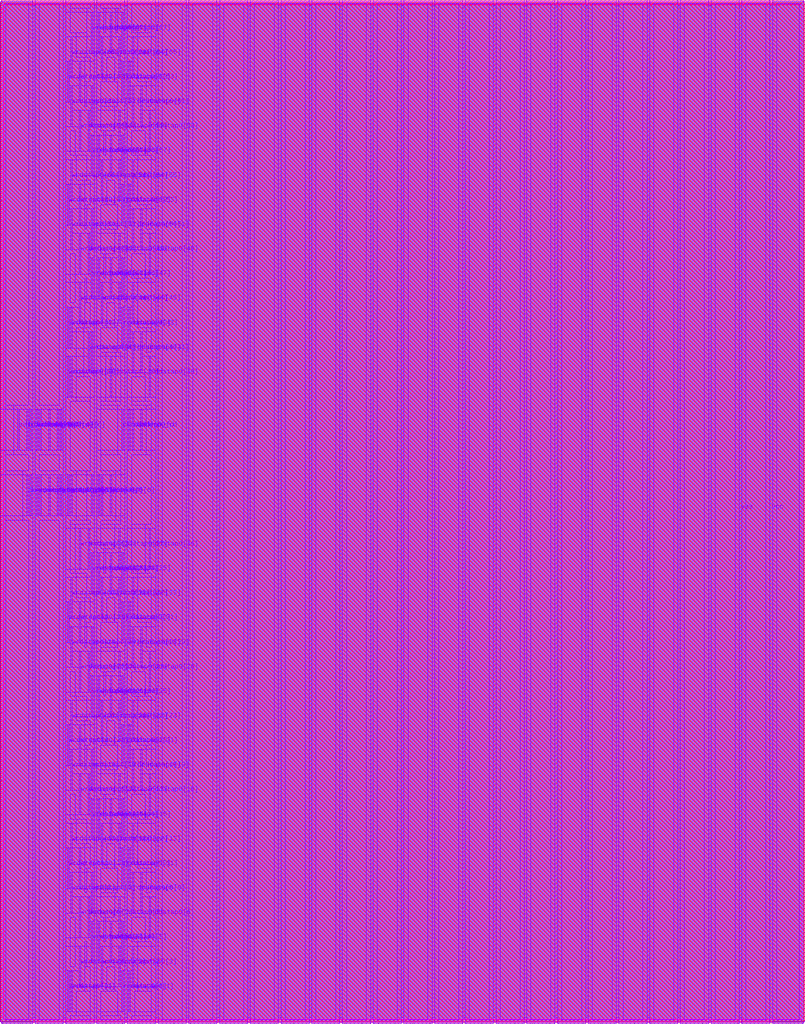
<source format=lef>
VERSION 5.8 ;
BUSBITCHARS "[]" ;
DIVIDERCHAR "/" ;

UNITS
  DATABASE MICRONS 4000 ;
END UNITS

PROPERTYDEFINITIONS
  MACRO hpml_layer STRING ;
  MACRO heml_layer STRING ;
END PROPERTYDEFINITIONS

MACRO arf066b128e1r1w0cbbehsaa4acw
  CLASS BLOCK ;
  FOREIGN arf066b128e1r1w0cbbehsaa4acw ;
  ORIGIN 0 0 ;
  SIZE 23.4 BY 29.76 ;
  PIN ckrdp0
    DIRECTION INPUT ;
    USE SIGNAL ;
    PORT
      LAYER m7 ;
        RECT 3.472 16.68 3.516 17.88 ;
    END
  END ckrdp0
  PIN ckwrp0
    DIRECTION INPUT ;
    USE SIGNAL ;
    PORT
      LAYER m7 ;
        RECT 0.684 14.76 0.728 15.96 ;
    END
  END ckwrp0
  PIN rdaddrp0[0]
    DIRECTION INPUT ;
    USE SIGNAL ;
    PORT
      LAYER m7 ;
        RECT 0.684 16.68 0.728 17.88 ;
    END
  END rdaddrp0[0]
  PIN rdaddrp0[1]
    DIRECTION INPUT ;
    USE SIGNAL ;
    PORT
      LAYER m7 ;
        RECT 0.772 16.68 0.816 17.88 ;
    END
  END rdaddrp0[1]
  PIN rdaddrp0[2]
    DIRECTION INPUT ;
    USE SIGNAL ;
    PORT
      LAYER m7 ;
        RECT 0.984 16.68 1.028 17.88 ;
    END
  END rdaddrp0[2]
  PIN rdaddrp0[3]
    DIRECTION INPUT ;
    USE SIGNAL ;
    PORT
      LAYER m7 ;
        RECT 1.072 16.68 1.116 17.88 ;
    END
  END rdaddrp0[3]
  PIN rdaddrp0[4]
    DIRECTION INPUT ;
    USE SIGNAL ;
    PORT
      LAYER m7 ;
        RECT 1.328 16.68 1.372 17.88 ;
    END
  END rdaddrp0[4]
  PIN rdaddrp0[5]
    DIRECTION INPUT ;
    USE SIGNAL ;
    PORT
      LAYER m7 ;
        RECT 1.584 16.68 1.628 17.88 ;
    END
  END rdaddrp0[5]
  PIN rdaddrp0[6]
    DIRECTION INPUT ;
    USE SIGNAL ;
    PORT
      LAYER m7 ;
        RECT 1.672 16.68 1.716 17.88 ;
    END
  END rdaddrp0[6]
  PIN rdaddrp0_fd
    DIRECTION INPUT ;
    USE SIGNAL ;
    PORT
      LAYER m7 ;
        RECT 3.684 16.68 3.728 17.88 ;
    END
  END rdaddrp0_fd
  PIN rdaddrp0_rd
    DIRECTION INPUT ;
    USE SIGNAL ;
    PORT
      LAYER m7 ;
        RECT 3.772 16.68 3.816 17.88 ;
    END
  END rdaddrp0_rd
  PIN rdenp0
    DIRECTION INPUT ;
    USE SIGNAL ;
    PORT
      LAYER m7 ;
        RECT 4.028 16.68 4.072 17.88 ;
    END
  END rdenp0
  PIN sdl_initp0
    DIRECTION INPUT ;
    USE SIGNAL ;
    PORT
      LAYER m7 ;
        RECT 0.428 16.68 0.472 17.88 ;
    END
  END sdl_initp0
  PIN wraddrp0[0]
    DIRECTION INPUT ;
    USE SIGNAL ;
    PORT
      LAYER m7 ;
        RECT 1.672 14.76 1.716 15.96 ;
    END
  END wraddrp0[0]
  PIN wraddrp0[1]
    DIRECTION INPUT ;
    USE SIGNAL ;
    PORT
      LAYER m7 ;
        RECT 1.884 14.76 1.928 15.96 ;
    END
  END wraddrp0[1]
  PIN wraddrp0[2]
    DIRECTION INPUT ;
    USE SIGNAL ;
    PORT
      LAYER m7 ;
        RECT 1.972 14.76 2.016 15.96 ;
    END
  END wraddrp0[2]
  PIN wraddrp0[3]
    DIRECTION INPUT ;
    USE SIGNAL ;
    PORT
      LAYER m7 ;
        RECT 2.572 14.76 2.616 15.96 ;
    END
  END wraddrp0[3]
  PIN wraddrp0[4]
    DIRECTION INPUT ;
    USE SIGNAL ;
    PORT
      LAYER m7 ;
        RECT 2.784 14.76 2.828 15.96 ;
    END
  END wraddrp0[4]
  PIN wraddrp0[5]
    DIRECTION INPUT ;
    USE SIGNAL ;
    PORT
      LAYER m7 ;
        RECT 2.872 14.76 2.916 15.96 ;
    END
  END wraddrp0[5]
  PIN wraddrp0[6]
    DIRECTION INPUT ;
    USE SIGNAL ;
    PORT
      LAYER m7 ;
        RECT 3.128 14.76 3.172 15.96 ;
    END
  END wraddrp0[6]
  PIN wraddrp0_fd
    DIRECTION INPUT ;
    USE SIGNAL ;
    PORT
      LAYER m7 ;
        RECT 0.772 14.76 0.816 15.96 ;
    END
  END wraddrp0_fd
  PIN wraddrp0_rd
    DIRECTION INPUT ;
    USE SIGNAL ;
    PORT
      LAYER m7 ;
        RECT 0.984 14.76 1.028 15.96 ;
    END
  END wraddrp0_rd
  PIN wrdatap0[0]
    DIRECTION INPUT ;
    USE SIGNAL ;
    PORT
      LAYER m7 ;
        RECT 1.884 0.24 1.928 1.44 ;
    END
  END wrdatap0[0]
  PIN wrdatap0[10]
    DIRECTION INPUT ;
    USE SIGNAL ;
    PORT
      LAYER m7 ;
        RECT 1.884 3.84 1.928 5.04 ;
    END
  END wrdatap0[10]
  PIN wrdatap0[11]
    DIRECTION INPUT ;
    USE SIGNAL ;
    PORT
      LAYER m7 ;
        RECT 2.228 3.84 2.272 5.04 ;
    END
  END wrdatap0[11]
  PIN wrdatap0[12]
    DIRECTION INPUT ;
    USE SIGNAL ;
    PORT
      LAYER m7 ;
        RECT 2.872 4.56 2.916 5.76 ;
    END
  END wrdatap0[12]
  PIN wrdatap0[13]
    DIRECTION INPUT ;
    USE SIGNAL ;
    PORT
      LAYER m7 ;
        RECT 1.972 4.56 2.016 5.76 ;
    END
  END wrdatap0[13]
  PIN wrdatap0[14]
    DIRECTION INPUT ;
    USE SIGNAL ;
    PORT
      LAYER m7 ;
        RECT 2.572 5.28 2.616 6.48 ;
    END
  END wrdatap0[14]
  PIN wrdatap0[15]
    DIRECTION INPUT ;
    USE SIGNAL ;
    PORT
      LAYER m7 ;
        RECT 2.784 5.28 2.828 6.48 ;
    END
  END wrdatap0[15]
  PIN wrdatap0[16]
    DIRECTION INPUT ;
    USE SIGNAL ;
    PORT
      LAYER m7 ;
        RECT 2.228 6 2.272 7.2 ;
    END
  END wrdatap0[16]
  PIN wrdatap0[17]
    DIRECTION INPUT ;
    USE SIGNAL ;
    PORT
      LAYER m7 ;
        RECT 2.484 6 2.528 7.2 ;
    END
  END wrdatap0[17]
  PIN wrdatap0[18]
    DIRECTION INPUT ;
    USE SIGNAL ;
    PORT
      LAYER m7 ;
        RECT 1.972 6.72 2.016 7.92 ;
    END
  END wrdatap0[18]
  PIN wrdatap0[19]
    DIRECTION INPUT ;
    USE SIGNAL ;
    PORT
      LAYER m7 ;
        RECT 2.572 6.72 2.616 7.92 ;
    END
  END wrdatap0[19]
  PIN wrdatap0[1]
    DIRECTION INPUT ;
    USE SIGNAL ;
    PORT
      LAYER m7 ;
        RECT 1.972 0.24 2.016 1.44 ;
    END
  END wrdatap0[1]
  PIN wrdatap0[20]
    DIRECTION INPUT ;
    USE SIGNAL ;
    PORT
      LAYER m7 ;
        RECT 1.884 7.44 1.928 8.64 ;
    END
  END wrdatap0[20]
  PIN wrdatap0[21]
    DIRECTION INPUT ;
    USE SIGNAL ;
    PORT
      LAYER m7 ;
        RECT 2.228 7.44 2.272 8.64 ;
    END
  END wrdatap0[21]
  PIN wrdatap0[22]
    DIRECTION INPUT ;
    USE SIGNAL ;
    PORT
      LAYER m7 ;
        RECT 2.872 8.16 2.916 9.36 ;
    END
  END wrdatap0[22]
  PIN wrdatap0[23]
    DIRECTION INPUT ;
    USE SIGNAL ;
    PORT
      LAYER m7 ;
        RECT 1.972 8.16 2.016 9.36 ;
    END
  END wrdatap0[23]
  PIN wrdatap0[24]
    DIRECTION INPUT ;
    USE SIGNAL ;
    PORT
      LAYER m7 ;
        RECT 2.572 8.88 2.616 10.08 ;
    END
  END wrdatap0[24]
  PIN wrdatap0[25]
    DIRECTION INPUT ;
    USE SIGNAL ;
    PORT
      LAYER m7 ;
        RECT 2.784 8.88 2.828 10.08 ;
    END
  END wrdatap0[25]
  PIN wrdatap0[26]
    DIRECTION INPUT ;
    USE SIGNAL ;
    PORT
      LAYER m7 ;
        RECT 2.228 9.6 2.272 10.8 ;
    END
  END wrdatap0[26]
  PIN wrdatap0[27]
    DIRECTION INPUT ;
    USE SIGNAL ;
    PORT
      LAYER m7 ;
        RECT 2.484 9.6 2.528 10.8 ;
    END
  END wrdatap0[27]
  PIN wrdatap0[28]
    DIRECTION INPUT ;
    USE SIGNAL ;
    PORT
      LAYER m7 ;
        RECT 1.972 10.32 2.016 11.52 ;
    END
  END wrdatap0[28]
  PIN wrdatap0[29]
    DIRECTION INPUT ;
    USE SIGNAL ;
    PORT
      LAYER m7 ;
        RECT 2.572 10.32 2.616 11.52 ;
    END
  END wrdatap0[29]
  PIN wrdatap0[2]
    DIRECTION INPUT ;
    USE SIGNAL ;
    PORT
      LAYER m7 ;
        RECT 2.872 0.96 2.916 2.16 ;
    END
  END wrdatap0[2]
  PIN wrdatap0[30]
    DIRECTION INPUT ;
    USE SIGNAL ;
    PORT
      LAYER m7 ;
        RECT 1.884 11.04 1.928 12.24 ;
    END
  END wrdatap0[30]
  PIN wrdatap0[31]
    DIRECTION INPUT ;
    USE SIGNAL ;
    PORT
      LAYER m7 ;
        RECT 2.228 11.04 2.272 12.24 ;
    END
  END wrdatap0[31]
  PIN wrdatap0[32]
    DIRECTION INPUT ;
    USE SIGNAL ;
    PORT
      LAYER m7 ;
        RECT 2.872 11.76 2.916 12.96 ;
    END
  END wrdatap0[32]
  PIN wrdatap0[33]
    DIRECTION INPUT ;
    USE SIGNAL ;
    PORT
      LAYER m7 ;
        RECT 1.972 11.76 2.016 12.96 ;
    END
  END wrdatap0[33]
  PIN wrdatap0[34]
    DIRECTION INPUT ;
    USE SIGNAL ;
    PORT
      LAYER m7 ;
        RECT 2.572 12.48 2.616 13.68 ;
    END
  END wrdatap0[34]
  PIN wrdatap0[35]
    DIRECTION INPUT ;
    USE SIGNAL ;
    PORT
      LAYER m7 ;
        RECT 2.784 12.48 2.828 13.68 ;
    END
  END wrdatap0[35]
  PIN wrdatap0[36]
    DIRECTION INPUT ;
    USE SIGNAL ;
    PORT
      LAYER m7 ;
        RECT 2.228 13.2 2.272 14.4 ;
    END
  END wrdatap0[36]
  PIN wrdatap0[37]
    DIRECTION INPUT ;
    USE SIGNAL ;
    PORT
      LAYER m7 ;
        RECT 2.484 13.2 2.528 14.4 ;
    END
  END wrdatap0[37]
  PIN wrdatap0[38]
    DIRECTION INPUT ;
    USE SIGNAL ;
    PORT
      LAYER m7 ;
        RECT 1.884 18.24 1.928 19.44 ;
    END
  END wrdatap0[38]
  PIN wrdatap0[39]
    DIRECTION INPUT ;
    USE SIGNAL ;
    PORT
      LAYER m7 ;
        RECT 1.972 18.24 2.016 19.44 ;
    END
  END wrdatap0[39]
  PIN wrdatap0[3]
    DIRECTION INPUT ;
    USE SIGNAL ;
    PORT
      LAYER m7 ;
        RECT 2.228 0.96 2.272 2.16 ;
    END
  END wrdatap0[3]
  PIN wrdatap0[40]
    DIRECTION INPUT ;
    USE SIGNAL ;
    PORT
      LAYER m7 ;
        RECT 2.484 18.96 2.528 20.16 ;
    END
  END wrdatap0[40]
  PIN wrdatap0[41]
    DIRECTION INPUT ;
    USE SIGNAL ;
    PORT
      LAYER m7 ;
        RECT 2.572 18.96 2.616 20.16 ;
    END
  END wrdatap0[41]
  PIN wrdatap0[42]
    DIRECTION INPUT ;
    USE SIGNAL ;
    PORT
      LAYER m7 ;
        RECT 1.884 19.68 1.928 20.88 ;
    END
  END wrdatap0[42]
  PIN wrdatap0[43]
    DIRECTION INPUT ;
    USE SIGNAL ;
    PORT
      LAYER m7 ;
        RECT 1.972 19.68 2.016 20.88 ;
    END
  END wrdatap0[43]
  PIN wrdatap0[44]
    DIRECTION INPUT ;
    USE SIGNAL ;
    PORT
      LAYER m7 ;
        RECT 2.872 20.4 2.916 21.6 ;
    END
  END wrdatap0[44]
  PIN wrdatap0[45]
    DIRECTION INPUT ;
    USE SIGNAL ;
    PORT
      LAYER m7 ;
        RECT 2.228 20.4 2.272 21.6 ;
    END
  END wrdatap0[45]
  PIN wrdatap0[46]
    DIRECTION INPUT ;
    USE SIGNAL ;
    PORT
      LAYER m7 ;
        RECT 2.572 21.12 2.616 22.32 ;
    END
  END wrdatap0[46]
  PIN wrdatap0[47]
    DIRECTION INPUT ;
    USE SIGNAL ;
    PORT
      LAYER m7 ;
        RECT 2.784 21.12 2.828 22.32 ;
    END
  END wrdatap0[47]
  PIN wrdatap0[48]
    DIRECTION INPUT ;
    USE SIGNAL ;
    PORT
      LAYER m7 ;
        RECT 2.228 21.84 2.272 23.04 ;
    END
  END wrdatap0[48]
  PIN wrdatap0[49]
    DIRECTION INPUT ;
    USE SIGNAL ;
    PORT
      LAYER m7 ;
        RECT 2.484 21.84 2.528 23.04 ;
    END
  END wrdatap0[49]
  PIN wrdatap0[4]
    DIRECTION INPUT ;
    USE SIGNAL ;
    PORT
      LAYER m7 ;
        RECT 2.572 1.68 2.616 2.88 ;
    END
  END wrdatap0[4]
  PIN wrdatap0[50]
    DIRECTION INPUT ;
    USE SIGNAL ;
    PORT
      LAYER m7 ;
        RECT 1.972 22.56 2.016 23.76 ;
    END
  END wrdatap0[50]
  PIN wrdatap0[51]
    DIRECTION INPUT ;
    USE SIGNAL ;
    PORT
      LAYER m7 ;
        RECT 2.572 22.56 2.616 23.76 ;
    END
  END wrdatap0[51]
  PIN wrdatap0[52]
    DIRECTION INPUT ;
    USE SIGNAL ;
    PORT
      LAYER m7 ;
        RECT 1.884 23.28 1.928 24.48 ;
    END
  END wrdatap0[52]
  PIN wrdatap0[53]
    DIRECTION INPUT ;
    USE SIGNAL ;
    PORT
      LAYER m7 ;
        RECT 2.228 23.28 2.272 24.48 ;
    END
  END wrdatap0[53]
  PIN wrdatap0[54]
    DIRECTION INPUT ;
    USE SIGNAL ;
    PORT
      LAYER m7 ;
        RECT 2.872 24 2.916 25.2 ;
    END
  END wrdatap0[54]
  PIN wrdatap0[55]
    DIRECTION INPUT ;
    USE SIGNAL ;
    PORT
      LAYER m7 ;
        RECT 1.972 24 2.016 25.2 ;
    END
  END wrdatap0[55]
  PIN wrdatap0[56]
    DIRECTION INPUT ;
    USE SIGNAL ;
    PORT
      LAYER m7 ;
        RECT 2.572 24.72 2.616 25.92 ;
    END
  END wrdatap0[56]
  PIN wrdatap0[57]
    DIRECTION INPUT ;
    USE SIGNAL ;
    PORT
      LAYER m7 ;
        RECT 2.784 24.72 2.828 25.92 ;
    END
  END wrdatap0[57]
  PIN wrdatap0[58]
    DIRECTION INPUT ;
    USE SIGNAL ;
    PORT
      LAYER m7 ;
        RECT 2.228 25.44 2.272 26.64 ;
    END
  END wrdatap0[58]
  PIN wrdatap0[59]
    DIRECTION INPUT ;
    USE SIGNAL ;
    PORT
      LAYER m7 ;
        RECT 2.484 25.44 2.528 26.64 ;
    END
  END wrdatap0[59]
  PIN wrdatap0[5]
    DIRECTION INPUT ;
    USE SIGNAL ;
    PORT
      LAYER m7 ;
        RECT 2.784 1.68 2.828 2.88 ;
    END
  END wrdatap0[5]
  PIN wrdatap0[60]
    DIRECTION INPUT ;
    USE SIGNAL ;
    PORT
      LAYER m7 ;
        RECT 1.972 26.16 2.016 27.36 ;
    END
  END wrdatap0[60]
  PIN wrdatap0[61]
    DIRECTION INPUT ;
    USE SIGNAL ;
    PORT
      LAYER m7 ;
        RECT 2.572 26.16 2.616 27.36 ;
    END
  END wrdatap0[61]
  PIN wrdatap0[62]
    DIRECTION INPUT ;
    USE SIGNAL ;
    PORT
      LAYER m7 ;
        RECT 1.884 26.88 1.928 28.08 ;
    END
  END wrdatap0[62]
  PIN wrdatap0[63]
    DIRECTION INPUT ;
    USE SIGNAL ;
    PORT
      LAYER m7 ;
        RECT 2.228 26.88 2.272 28.08 ;
    END
  END wrdatap0[63]
  PIN wrdatap0[64]
    DIRECTION INPUT ;
    USE SIGNAL ;
    PORT
      LAYER m7 ;
        RECT 2.872 27.6 2.916 28.8 ;
    END
  END wrdatap0[64]
  PIN wrdatap0[65]
    DIRECTION INPUT ;
    USE SIGNAL ;
    PORT
      LAYER m7 ;
        RECT 1.972 27.6 2.016 28.8 ;
    END
  END wrdatap0[65]
  PIN wrdatap0[66]
    DIRECTION INPUT ;
    USE SIGNAL ;
    PORT
      LAYER m7 ;
        RECT 2.572 28.32 2.616 29.52 ;
    END
  END wrdatap0[66]
  PIN wrdatap0[67]
    DIRECTION INPUT ;
    USE SIGNAL ;
    PORT
      LAYER m7 ;
        RECT 2.784 28.32 2.828 29.52 ;
    END
  END wrdatap0[67]
  PIN wrdatap0[6]
    DIRECTION INPUT ;
    USE SIGNAL ;
    PORT
      LAYER m7 ;
        RECT 2.228 2.4 2.272 3.6 ;
    END
  END wrdatap0[6]
  PIN wrdatap0[7]
    DIRECTION INPUT ;
    USE SIGNAL ;
    PORT
      LAYER m7 ;
        RECT 2.484 2.4 2.528 3.6 ;
    END
  END wrdatap0[7]
  PIN wrdatap0[8]
    DIRECTION INPUT ;
    USE SIGNAL ;
    PORT
      LAYER m7 ;
        RECT 1.972 3.12 2.016 4.32 ;
    END
  END wrdatap0[8]
  PIN wrdatap0[9]
    DIRECTION INPUT ;
    USE SIGNAL ;
    PORT
      LAYER m7 ;
        RECT 2.572 3.12 2.616 4.32 ;
    END
  END wrdatap0[9]
  PIN wrdatap0_fd
    DIRECTION INPUT ;
    USE SIGNAL ;
    PORT
      LAYER m7 ;
        RECT 1.328 14.76 1.372 15.96 ;
    END
  END wrdatap0_fd
  PIN wrdatap0_rd
    DIRECTION INPUT ;
    USE SIGNAL ;
    PORT
      LAYER m7 ;
        RECT 1.584 14.76 1.628 15.96 ;
    END
  END wrdatap0_rd
  PIN wrenp0
    DIRECTION INPUT ;
    USE SIGNAL ;
    PORT
      LAYER m7 ;
        RECT 1.072 14.76 1.116 15.96 ;
    END
  END wrenp0
  PIN rddatap0[0]
    DIRECTION OUTPUT ;
    USE SIGNAL ;
    PORT
      LAYER m7 ;
        RECT 3.472 0.24 3.516 1.44 ;
    END
  END rddatap0[0]
  PIN rddatap0[10]
    DIRECTION OUTPUT ;
    USE SIGNAL ;
    PORT
      LAYER m7 ;
        RECT 3.472 3.84 3.516 5.04 ;
    END
  END rddatap0[10]
  PIN rddatap0[11]
    DIRECTION OUTPUT ;
    USE SIGNAL ;
    PORT
      LAYER m7 ;
        RECT 3.684 3.84 3.728 5.04 ;
    END
  END rddatap0[11]
  PIN rddatap0[12]
    DIRECTION OUTPUT ;
    USE SIGNAL ;
    PORT
      LAYER m7 ;
        RECT 3.384 4.56 3.428 5.76 ;
    END
  END rddatap0[12]
  PIN rddatap0[13]
    DIRECTION OUTPUT ;
    USE SIGNAL ;
    PORT
      LAYER m7 ;
        RECT 3.772 4.56 3.816 5.76 ;
    END
  END rddatap0[13]
  PIN rddatap0[14]
    DIRECTION OUTPUT ;
    USE SIGNAL ;
    PORT
      LAYER m7 ;
        RECT 3.128 5.28 3.172 6.48 ;
    END
  END rddatap0[14]
  PIN rddatap0[15]
    DIRECTION OUTPUT ;
    USE SIGNAL ;
    PORT
      LAYER m7 ;
        RECT 3.472 5.28 3.516 6.48 ;
    END
  END rddatap0[15]
  PIN rddatap0[16]
    DIRECTION OUTPUT ;
    USE SIGNAL ;
    PORT
      LAYER m7 ;
        RECT 4.284 6 4.328 7.2 ;
    END
  END rddatap0[16]
  PIN rddatap0[17]
    DIRECTION OUTPUT ;
    USE SIGNAL ;
    PORT
      LAYER m7 ;
        RECT 3.384 6 3.428 7.2 ;
    END
  END rddatap0[17]
  PIN rddatap0[18]
    DIRECTION OUTPUT ;
    USE SIGNAL ;
    PORT
      LAYER m7 ;
        RECT 3.772 6.72 3.816 7.92 ;
    END
  END rddatap0[18]
  PIN rddatap0[19]
    DIRECTION OUTPUT ;
    USE SIGNAL ;
    PORT
      LAYER m7 ;
        RECT 4.028 6.72 4.072 7.92 ;
    END
  END rddatap0[19]
  PIN rddatap0[1]
    DIRECTION OUTPUT ;
    USE SIGNAL ;
    PORT
      LAYER m7 ;
        RECT 3.684 0.24 3.728 1.44 ;
    END
  END rddatap0[1]
  PIN rddatap0[20]
    DIRECTION OUTPUT ;
    USE SIGNAL ;
    PORT
      LAYER m7 ;
        RECT 3.472 7.44 3.516 8.64 ;
    END
  END rddatap0[20]
  PIN rddatap0[21]
    DIRECTION OUTPUT ;
    USE SIGNAL ;
    PORT
      LAYER m7 ;
        RECT 3.684 7.44 3.728 8.64 ;
    END
  END rddatap0[21]
  PIN rddatap0[22]
    DIRECTION OUTPUT ;
    USE SIGNAL ;
    PORT
      LAYER m7 ;
        RECT 3.384 8.16 3.428 9.36 ;
    END
  END rddatap0[22]
  PIN rddatap0[23]
    DIRECTION OUTPUT ;
    USE SIGNAL ;
    PORT
      LAYER m7 ;
        RECT 3.772 8.16 3.816 9.36 ;
    END
  END rddatap0[23]
  PIN rddatap0[24]
    DIRECTION OUTPUT ;
    USE SIGNAL ;
    PORT
      LAYER m7 ;
        RECT 3.128 8.88 3.172 10.08 ;
    END
  END rddatap0[24]
  PIN rddatap0[25]
    DIRECTION OUTPUT ;
    USE SIGNAL ;
    PORT
      LAYER m7 ;
        RECT 3.472 8.88 3.516 10.08 ;
    END
  END rddatap0[25]
  PIN rddatap0[26]
    DIRECTION OUTPUT ;
    USE SIGNAL ;
    PORT
      LAYER m7 ;
        RECT 4.284 9.6 4.328 10.8 ;
    END
  END rddatap0[26]
  PIN rddatap0[27]
    DIRECTION OUTPUT ;
    USE SIGNAL ;
    PORT
      LAYER m7 ;
        RECT 3.384 9.6 3.428 10.8 ;
    END
  END rddatap0[27]
  PIN rddatap0[28]
    DIRECTION OUTPUT ;
    USE SIGNAL ;
    PORT
      LAYER m7 ;
        RECT 3.772 10.32 3.816 11.52 ;
    END
  END rddatap0[28]
  PIN rddatap0[29]
    DIRECTION OUTPUT ;
    USE SIGNAL ;
    PORT
      LAYER m7 ;
        RECT 4.028 10.32 4.072 11.52 ;
    END
  END rddatap0[29]
  PIN rddatap0[2]
    DIRECTION OUTPUT ;
    USE SIGNAL ;
    PORT
      LAYER m7 ;
        RECT 3.384 0.96 3.428 2.16 ;
    END
  END rddatap0[2]
  PIN rddatap0[30]
    DIRECTION OUTPUT ;
    USE SIGNAL ;
    PORT
      LAYER m7 ;
        RECT 3.472 11.04 3.516 12.24 ;
    END
  END rddatap0[30]
  PIN rddatap0[31]
    DIRECTION OUTPUT ;
    USE SIGNAL ;
    PORT
      LAYER m7 ;
        RECT 3.684 11.04 3.728 12.24 ;
    END
  END rddatap0[31]
  PIN rddatap0[32]
    DIRECTION OUTPUT ;
    USE SIGNAL ;
    PORT
      LAYER m7 ;
        RECT 3.384 11.76 3.428 12.96 ;
    END
  END rddatap0[32]
  PIN rddatap0[33]
    DIRECTION OUTPUT ;
    USE SIGNAL ;
    PORT
      LAYER m7 ;
        RECT 3.772 11.76 3.816 12.96 ;
    END
  END rddatap0[33]
  PIN rddatap0[34]
    DIRECTION OUTPUT ;
    USE SIGNAL ;
    PORT
      LAYER m7 ;
        RECT 3.128 12.48 3.172 13.68 ;
    END
  END rddatap0[34]
  PIN rddatap0[35]
    DIRECTION OUTPUT ;
    USE SIGNAL ;
    PORT
      LAYER m7 ;
        RECT 3.472 12.48 3.516 13.68 ;
    END
  END rddatap0[35]
  PIN rddatap0[36]
    DIRECTION OUTPUT ;
    USE SIGNAL ;
    PORT
      LAYER m7 ;
        RECT 4.284 13.2 4.328 14.4 ;
    END
  END rddatap0[36]
  PIN rddatap0[37]
    DIRECTION OUTPUT ;
    USE SIGNAL ;
    PORT
      LAYER m7 ;
        RECT 3.384 13.2 3.428 14.4 ;
    END
  END rddatap0[37]
  PIN rddatap0[38]
    DIRECTION OUTPUT ;
    USE SIGNAL ;
    PORT
      LAYER m7 ;
        RECT 4.284 18.24 4.328 19.44 ;
    END
  END rddatap0[38]
  PIN rddatap0[39]
    DIRECTION OUTPUT ;
    USE SIGNAL ;
    PORT
      LAYER m7 ;
        RECT 3.128 18.24 3.172 19.44 ;
    END
  END rddatap0[39]
  PIN rddatap0[3]
    DIRECTION OUTPUT ;
    USE SIGNAL ;
    PORT
      LAYER m7 ;
        RECT 3.772 0.96 3.816 2.16 ;
    END
  END rddatap0[3]
  PIN rddatap0[40]
    DIRECTION OUTPUT ;
    USE SIGNAL ;
    PORT
      LAYER m7 ;
        RECT 3.772 18.96 3.816 20.16 ;
    END
  END rddatap0[40]
  PIN rddatap0[41]
    DIRECTION OUTPUT ;
    USE SIGNAL ;
    PORT
      LAYER m7 ;
        RECT 4.028 18.96 4.072 20.16 ;
    END
  END rddatap0[41]
  PIN rddatap0[42]
    DIRECTION OUTPUT ;
    USE SIGNAL ;
    PORT
      LAYER m7 ;
        RECT 3.472 19.68 3.516 20.88 ;
    END
  END rddatap0[42]
  PIN rddatap0[43]
    DIRECTION OUTPUT ;
    USE SIGNAL ;
    PORT
      LAYER m7 ;
        RECT 3.684 19.68 3.728 20.88 ;
    END
  END rddatap0[43]
  PIN rddatap0[44]
    DIRECTION OUTPUT ;
    USE SIGNAL ;
    PORT
      LAYER m7 ;
        RECT 3.384 20.4 3.428 21.6 ;
    END
  END rddatap0[44]
  PIN rddatap0[45]
    DIRECTION OUTPUT ;
    USE SIGNAL ;
    PORT
      LAYER m7 ;
        RECT 3.772 20.4 3.816 21.6 ;
    END
  END rddatap0[45]
  PIN rddatap0[46]
    DIRECTION OUTPUT ;
    USE SIGNAL ;
    PORT
      LAYER m7 ;
        RECT 3.128 21.12 3.172 22.32 ;
    END
  END rddatap0[46]
  PIN rddatap0[47]
    DIRECTION OUTPUT ;
    USE SIGNAL ;
    PORT
      LAYER m7 ;
        RECT 3.472 21.12 3.516 22.32 ;
    END
  END rddatap0[47]
  PIN rddatap0[48]
    DIRECTION OUTPUT ;
    USE SIGNAL ;
    PORT
      LAYER m7 ;
        RECT 4.284 21.84 4.328 23.04 ;
    END
  END rddatap0[48]
  PIN rddatap0[49]
    DIRECTION OUTPUT ;
    USE SIGNAL ;
    PORT
      LAYER m7 ;
        RECT 3.384 21.84 3.428 23.04 ;
    END
  END rddatap0[49]
  PIN rddatap0[4]
    DIRECTION OUTPUT ;
    USE SIGNAL ;
    PORT
      LAYER m7 ;
        RECT 3.128 1.68 3.172 2.88 ;
    END
  END rddatap0[4]
  PIN rddatap0[50]
    DIRECTION OUTPUT ;
    USE SIGNAL ;
    PORT
      LAYER m7 ;
        RECT 3.772 22.56 3.816 23.76 ;
    END
  END rddatap0[50]
  PIN rddatap0[51]
    DIRECTION OUTPUT ;
    USE SIGNAL ;
    PORT
      LAYER m7 ;
        RECT 4.028 22.56 4.072 23.76 ;
    END
  END rddatap0[51]
  PIN rddatap0[52]
    DIRECTION OUTPUT ;
    USE SIGNAL ;
    PORT
      LAYER m7 ;
        RECT 3.472 23.28 3.516 24.48 ;
    END
  END rddatap0[52]
  PIN rddatap0[53]
    DIRECTION OUTPUT ;
    USE SIGNAL ;
    PORT
      LAYER m7 ;
        RECT 3.684 23.28 3.728 24.48 ;
    END
  END rddatap0[53]
  PIN rddatap0[54]
    DIRECTION OUTPUT ;
    USE SIGNAL ;
    PORT
      LAYER m7 ;
        RECT 3.384 24 3.428 25.2 ;
    END
  END rddatap0[54]
  PIN rddatap0[55]
    DIRECTION OUTPUT ;
    USE SIGNAL ;
    PORT
      LAYER m7 ;
        RECT 3.772 24 3.816 25.2 ;
    END
  END rddatap0[55]
  PIN rddatap0[56]
    DIRECTION OUTPUT ;
    USE SIGNAL ;
    PORT
      LAYER m7 ;
        RECT 3.128 24.72 3.172 25.92 ;
    END
  END rddatap0[56]
  PIN rddatap0[57]
    DIRECTION OUTPUT ;
    USE SIGNAL ;
    PORT
      LAYER m7 ;
        RECT 3.472 24.72 3.516 25.92 ;
    END
  END rddatap0[57]
  PIN rddatap0[58]
    DIRECTION OUTPUT ;
    USE SIGNAL ;
    PORT
      LAYER m7 ;
        RECT 4.284 25.44 4.328 26.64 ;
    END
  END rddatap0[58]
  PIN rddatap0[59]
    DIRECTION OUTPUT ;
    USE SIGNAL ;
    PORT
      LAYER m7 ;
        RECT 3.384 25.44 3.428 26.64 ;
    END
  END rddatap0[59]
  PIN rddatap0[5]
    DIRECTION OUTPUT ;
    USE SIGNAL ;
    PORT
      LAYER m7 ;
        RECT 3.472 1.68 3.516 2.88 ;
    END
  END rddatap0[5]
  PIN rddatap0[60]
    DIRECTION OUTPUT ;
    USE SIGNAL ;
    PORT
      LAYER m7 ;
        RECT 3.772 26.16 3.816 27.36 ;
    END
  END rddatap0[60]
  PIN rddatap0[61]
    DIRECTION OUTPUT ;
    USE SIGNAL ;
    PORT
      LAYER m7 ;
        RECT 4.028 26.16 4.072 27.36 ;
    END
  END rddatap0[61]
  PIN rddatap0[62]
    DIRECTION OUTPUT ;
    USE SIGNAL ;
    PORT
      LAYER m7 ;
        RECT 3.472 26.88 3.516 28.08 ;
    END
  END rddatap0[62]
  PIN rddatap0[63]
    DIRECTION OUTPUT ;
    USE SIGNAL ;
    PORT
      LAYER m7 ;
        RECT 3.684 26.88 3.728 28.08 ;
    END
  END rddatap0[63]
  PIN rddatap0[64]
    DIRECTION OUTPUT ;
    USE SIGNAL ;
    PORT
      LAYER m7 ;
        RECT 3.384 27.6 3.428 28.8 ;
    END
  END rddatap0[64]
  PIN rddatap0[65]
    DIRECTION OUTPUT ;
    USE SIGNAL ;
    PORT
      LAYER m7 ;
        RECT 3.772 27.6 3.816 28.8 ;
    END
  END rddatap0[65]
  PIN rddatap0[66]
    DIRECTION OUTPUT ;
    USE SIGNAL ;
    PORT
      LAYER m7 ;
        RECT 3.128 28.32 3.172 29.52 ;
    END
  END rddatap0[66]
  PIN rddatap0[67]
    DIRECTION OUTPUT ;
    USE SIGNAL ;
    PORT
      LAYER m7 ;
        RECT 3.472 28.32 3.516 29.52 ;
    END
  END rddatap0[67]
  PIN rddatap0[6]
    DIRECTION OUTPUT ;
    USE SIGNAL ;
    PORT
      LAYER m7 ;
        RECT 4.284 2.4 4.328 3.6 ;
    END
  END rddatap0[6]
  PIN rddatap0[7]
    DIRECTION OUTPUT ;
    USE SIGNAL ;
    PORT
      LAYER m7 ;
        RECT 3.384 2.4 3.428 3.6 ;
    END
  END rddatap0[7]
  PIN rddatap0[8]
    DIRECTION OUTPUT ;
    USE SIGNAL ;
    PORT
      LAYER m7 ;
        RECT 3.772 3.12 3.816 4.32 ;
    END
  END rddatap0[8]
  PIN rddatap0[9]
    DIRECTION OUTPUT ;
    USE SIGNAL ;
    PORT
      LAYER m7 ;
        RECT 4.028 3.12 4.072 4.32 ;
    END
  END rddatap0[9]
  PIN vcc
    DIRECTION INPUT ;
    USE POWER ;
    PORT
      LAYER m7 ;
        RECT 0.862 0.06 0.938 29.7 ;
        RECT 2.662 0.06 2.738 29.7 ;
        RECT 4.462 0.06 4.538 29.7 ;
        RECT 6.262 0.06 6.338 29.7 ;
        RECT 8.062 0.06 8.138 29.7 ;
        RECT 9.862 0.06 9.938 29.7 ;
        RECT 11.662 0.06 11.738 29.7 ;
        RECT 13.462 0.06 13.538 29.7 ;
        RECT 15.262 0.06 15.338 29.7 ;
        RECT 17.062 0.06 17.138 29.7 ;
        RECT 18.862 0.06 18.938 29.7 ;
        RECT 20.662 0.06 20.738 29.7 ;
        RECT 22.462 0.06 22.538 29.7 ;
    END
  END vcc
  PIN vss
    DIRECTION INOUT ;
    USE GROUND ;
    PORT
      LAYER m7 ;
        RECT 1.762 0.06 1.838 29.7 ;
        RECT 3.562 0.06 3.638 29.7 ;
        RECT 5.362 0.06 5.438 29.7 ;
        RECT 7.162 0.06 7.238 29.7 ;
        RECT 8.962 0.06 9.038 29.7 ;
        RECT 10.762 0.06 10.838 29.7 ;
        RECT 12.562 0.06 12.638 29.7 ;
        RECT 14.362 0.06 14.438 29.7 ;
        RECT 16.162 0.06 16.238 29.7 ;
        RECT 17.962 0.06 18.038 29.7 ;
        RECT 19.762 0.06 19.838 29.7 ;
        RECT 21.562 0.06 21.638 29.7 ;
    END
  END vss
  OBS
    LAYER m0 SPACING 0 ;
      RECT -0.016 -0.014 23.416 29.774 ;
    LAYER m1 SPACING 0 ;
      RECT -0.02 -0.02 23.42 29.78 ;
    LAYER m2 SPACING 0 ;
      RECT -0.0705 -0.038 23.4705 29.798 ;
    LAYER m3 SPACING 0 ;
      RECT -0.035 -0.07 23.435 29.83 ;
    LAYER m4 SPACING 0 ;
      RECT -0.07 -0.038 23.47 29.798 ;
    LAYER m5 SPACING 0 ;
      RECT -0.059 -0.09 23.459 29.85 ;
    LAYER m6 SPACING 0 ;
      RECT -0.09 -0.062 23.49 29.822 ;
    LAYER m7 SPACING 0 ;
      RECT 22.538 29.82 23.44 29.88 ;
      RECT 22.538 -0.06 23.492 29.82 ;
      RECT 22.538 -0.12 23.44 -0.06 ;
      RECT 21.638 -0.12 22.462 29.88 ;
      RECT 20.738 -0.12 21.562 29.88 ;
      RECT 19.838 -0.12 20.662 29.88 ;
      RECT 18.938 -0.12 19.762 29.88 ;
      RECT 18.038 -0.12 18.862 29.88 ;
      RECT 17.138 -0.12 17.962 29.88 ;
      RECT 16.238 -0.12 17.062 29.88 ;
      RECT 15.338 -0.12 16.162 29.88 ;
      RECT 14.438 -0.12 15.262 29.88 ;
      RECT 13.538 -0.12 14.362 29.88 ;
      RECT 12.638 -0.12 13.462 29.88 ;
      RECT 11.738 -0.12 12.562 29.88 ;
      RECT 10.838 -0.12 11.662 29.88 ;
      RECT 9.938 -0.12 10.762 29.88 ;
      RECT 9.038 -0.12 9.862 29.88 ;
      RECT 8.138 -0.12 8.962 29.88 ;
      RECT 7.238 -0.12 8.062 29.88 ;
      RECT 6.338 -0.12 7.162 29.88 ;
      RECT 5.438 -0.12 6.262 29.88 ;
      RECT 4.538 -0.12 5.362 29.88 ;
      RECT 3.638 28.8 4.462 29.88 ;
      RECT 3.638 28.08 3.772 28.8 ;
      RECT 3.816 27.6 4.462 28.8 ;
      RECT 3.728 27.6 3.772 28.08 ;
      RECT 3.728 27.36 4.462 27.6 ;
      RECT 3.638 26.88 3.684 28.08 ;
      RECT 3.728 26.88 3.772 27.36 ;
      RECT 4.072 26.64 4.462 27.36 ;
      RECT 3.816 26.16 4.028 27.36 ;
      RECT 3.638 26.16 3.772 26.88 ;
      RECT 4.072 26.16 4.284 26.64 ;
      RECT 4.328 25.44 4.462 26.64 ;
      RECT 3.638 25.44 4.284 26.16 ;
      RECT 3.638 25.2 4.462 25.44 ;
      RECT 3.638 24.48 3.772 25.2 ;
      RECT 3.816 24 4.462 25.2 ;
      RECT 3.728 24 3.772 24.48 ;
      RECT 3.728 23.76 4.462 24 ;
      RECT 3.638 23.28 3.684 24.48 ;
      RECT 3.728 23.28 3.772 23.76 ;
      RECT 4.072 23.04 4.462 23.76 ;
      RECT 3.816 22.56 4.028 23.76 ;
      RECT 3.638 22.56 3.772 23.28 ;
      RECT 4.072 22.56 4.284 23.04 ;
      RECT 4.328 21.84 4.462 23.04 ;
      RECT 3.638 21.84 4.284 22.56 ;
      RECT 3.638 21.6 4.462 21.84 ;
      RECT 3.638 20.88 3.772 21.6 ;
      RECT 3.816 20.4 4.462 21.6 ;
      RECT 3.728 20.4 3.772 20.88 ;
      RECT 3.728 20.16 4.462 20.4 ;
      RECT 3.638 19.68 3.684 20.88 ;
      RECT 3.728 19.68 3.772 20.16 ;
      RECT 4.072 19.44 4.462 20.16 ;
      RECT 3.816 18.96 4.028 20.16 ;
      RECT 3.638 18.96 3.772 19.68 ;
      RECT 4.072 18.96 4.284 19.44 ;
      RECT 4.328 18.24 4.462 19.44 ;
      RECT 3.638 18.24 4.284 18.96 ;
      RECT 3.638 17.88 4.462 18.24 ;
      RECT 3.638 16.68 3.684 17.88 ;
      RECT 3.728 16.68 3.772 17.88 ;
      RECT 3.816 16.68 4.028 17.88 ;
      RECT 4.072 16.68 4.462 17.88 ;
      RECT 3.638 14.4 4.462 16.68 ;
      RECT 3.638 13.2 4.284 14.4 ;
      RECT 4.328 13.2 4.462 14.4 ;
      RECT 3.638 12.96 4.462 13.2 ;
      RECT 3.638 12.24 3.772 12.96 ;
      RECT 3.816 11.76 4.462 12.96 ;
      RECT 3.728 11.76 3.772 12.24 ;
      RECT 3.728 11.52 4.462 11.76 ;
      RECT 3.638 11.04 3.684 12.24 ;
      RECT 3.728 11.04 3.772 11.52 ;
      RECT 4.072 10.8 4.462 11.52 ;
      RECT 3.816 10.32 4.028 11.52 ;
      RECT 3.638 10.32 3.772 11.04 ;
      RECT 4.072 10.32 4.284 10.8 ;
      RECT 4.328 9.6 4.462 10.8 ;
      RECT 3.638 9.6 4.284 10.32 ;
      RECT 3.638 9.36 4.462 9.6 ;
      RECT 3.638 8.64 3.772 9.36 ;
      RECT 3.816 8.16 4.462 9.36 ;
      RECT 3.728 8.16 3.772 8.64 ;
      RECT 3.728 7.92 4.462 8.16 ;
      RECT 3.638 7.44 3.684 8.64 ;
      RECT 3.728 7.44 3.772 7.92 ;
      RECT 4.072 7.2 4.462 7.92 ;
      RECT 3.816 6.72 4.028 7.92 ;
      RECT 3.638 6.72 3.772 7.44 ;
      RECT 4.072 6.72 4.284 7.2 ;
      RECT 4.328 6 4.462 7.2 ;
      RECT 3.638 6 4.284 6.72 ;
      RECT 3.638 5.76 4.462 6 ;
      RECT 3.638 5.04 3.772 5.76 ;
      RECT 3.816 4.56 4.462 5.76 ;
      RECT 3.728 4.56 3.772 5.04 ;
      RECT 3.728 4.32 4.462 4.56 ;
      RECT 3.638 3.84 3.684 5.04 ;
      RECT 3.728 3.84 3.772 4.32 ;
      RECT 4.072 3.6 4.462 4.32 ;
      RECT 3.816 3.12 4.028 4.32 ;
      RECT 3.638 3.12 3.772 3.84 ;
      RECT 4.072 3.12 4.284 3.6 ;
      RECT 4.328 2.4 4.462 3.6 ;
      RECT 3.638 2.4 4.284 3.12 ;
      RECT 3.638 2.16 4.462 2.4 ;
      RECT 3.638 1.44 3.772 2.16 ;
      RECT 3.816 0.96 4.462 2.16 ;
      RECT 3.728 0.96 3.772 1.44 ;
      RECT 3.638 0.24 3.684 1.44 ;
      RECT 3.728 0.24 4.462 0.96 ;
      RECT 3.638 -0.12 4.462 0.24 ;
      RECT 2.738 29.52 3.562 29.88 ;
      RECT 2.828 28.8 3.128 29.52 ;
      RECT 3.172 28.8 3.472 29.52 ;
      RECT 2.738 28.32 2.784 29.52 ;
      RECT 3.516 28.32 3.562 29.52 ;
      RECT 2.828 28.32 2.872 28.8 ;
      RECT 2.916 28.32 3.128 28.8 ;
      RECT 3.172 28.32 3.384 28.8 ;
      RECT 3.428 28.32 3.472 28.8 ;
      RECT 3.428 28.08 3.562 28.32 ;
      RECT 2.738 27.6 2.872 28.32 ;
      RECT 2.916 27.6 3.384 28.32 ;
      RECT 3.428 27.6 3.472 28.08 ;
      RECT 3.516 26.88 3.562 28.08 ;
      RECT 2.738 26.88 3.472 27.6 ;
      RECT 2.738 26.64 3.562 26.88 ;
      RECT 2.738 25.92 3.384 26.64 ;
      RECT 3.428 25.92 3.562 26.64 ;
      RECT 3.172 25.44 3.384 25.92 ;
      RECT 3.428 25.44 3.472 25.92 ;
      RECT 2.828 25.2 3.128 25.92 ;
      RECT 3.172 25.2 3.472 25.44 ;
      RECT 2.738 24.72 2.784 25.92 ;
      RECT 3.516 24.72 3.562 25.92 ;
      RECT 2.828 24.72 2.872 25.2 ;
      RECT 2.916 24.72 3.128 25.2 ;
      RECT 3.172 24.72 3.384 25.2 ;
      RECT 3.428 24.72 3.472 25.2 ;
      RECT 3.428 24.48 3.562 24.72 ;
      RECT 2.738 24 2.872 24.72 ;
      RECT 2.916 24 3.384 24.72 ;
      RECT 3.428 24 3.472 24.48 ;
      RECT 3.516 23.28 3.562 24.48 ;
      RECT 2.738 23.28 3.472 24 ;
      RECT 2.738 23.04 3.562 23.28 ;
      RECT 2.738 22.32 3.384 23.04 ;
      RECT 3.428 22.32 3.562 23.04 ;
      RECT 3.172 21.84 3.384 22.32 ;
      RECT 3.428 21.84 3.472 22.32 ;
      RECT 2.828 21.6 3.128 22.32 ;
      RECT 3.172 21.6 3.472 21.84 ;
      RECT 2.738 21.12 2.784 22.32 ;
      RECT 3.516 21.12 3.562 22.32 ;
      RECT 2.828 21.12 2.872 21.6 ;
      RECT 2.916 21.12 3.128 21.6 ;
      RECT 3.172 21.12 3.384 21.6 ;
      RECT 3.428 21.12 3.472 21.6 ;
      RECT 3.428 20.88 3.562 21.12 ;
      RECT 2.738 20.4 2.872 21.12 ;
      RECT 2.916 20.4 3.384 21.12 ;
      RECT 3.428 20.4 3.472 20.88 ;
      RECT 3.516 19.68 3.562 20.88 ;
      RECT 2.738 19.68 3.472 20.4 ;
      RECT 2.738 19.44 3.562 19.68 ;
      RECT 2.738 18.24 3.128 19.44 ;
      RECT 3.172 18.24 3.562 19.44 ;
      RECT 2.738 17.88 3.562 18.24 ;
      RECT 2.738 16.68 3.472 17.88 ;
      RECT 3.516 16.68 3.562 17.88 ;
      RECT 2.738 15.96 3.562 16.68 ;
      RECT 2.738 14.76 2.784 15.96 ;
      RECT 2.828 14.76 2.872 15.96 ;
      RECT 2.916 14.76 3.128 15.96 ;
      RECT 3.172 14.76 3.562 15.96 ;
      RECT 2.738 14.4 3.562 14.76 ;
      RECT 2.738 13.68 3.384 14.4 ;
      RECT 3.428 13.68 3.562 14.4 ;
      RECT 3.172 13.2 3.384 13.68 ;
      RECT 3.428 13.2 3.472 13.68 ;
      RECT 2.828 12.96 3.128 13.68 ;
      RECT 3.172 12.96 3.472 13.2 ;
      RECT 2.738 12.48 2.784 13.68 ;
      RECT 3.516 12.48 3.562 13.68 ;
      RECT 2.828 12.48 2.872 12.96 ;
      RECT 2.916 12.48 3.128 12.96 ;
      RECT 3.172 12.48 3.384 12.96 ;
      RECT 3.428 12.48 3.472 12.96 ;
      RECT 3.428 12.24 3.562 12.48 ;
      RECT 2.738 11.76 2.872 12.48 ;
      RECT 2.916 11.76 3.384 12.48 ;
      RECT 3.428 11.76 3.472 12.24 ;
      RECT 3.516 11.04 3.562 12.24 ;
      RECT 2.738 11.04 3.472 11.76 ;
      RECT 2.738 10.8 3.562 11.04 ;
      RECT 2.738 10.08 3.384 10.8 ;
      RECT 3.428 10.08 3.562 10.8 ;
      RECT 3.172 9.6 3.384 10.08 ;
      RECT 3.428 9.6 3.472 10.08 ;
      RECT 2.828 9.36 3.128 10.08 ;
      RECT 3.172 9.36 3.472 9.6 ;
      RECT 2.738 8.88 2.784 10.08 ;
      RECT 3.516 8.88 3.562 10.08 ;
      RECT 2.828 8.88 2.872 9.36 ;
      RECT 2.916 8.88 3.128 9.36 ;
      RECT 3.172 8.88 3.384 9.36 ;
      RECT 3.428 8.88 3.472 9.36 ;
      RECT 3.428 8.64 3.562 8.88 ;
      RECT 2.738 8.16 2.872 8.88 ;
      RECT 2.916 8.16 3.384 8.88 ;
      RECT 3.428 8.16 3.472 8.64 ;
      RECT 3.516 7.44 3.562 8.64 ;
      RECT 2.738 7.44 3.472 8.16 ;
      RECT 2.738 7.2 3.562 7.44 ;
      RECT 2.738 6.48 3.384 7.2 ;
      RECT 3.428 6.48 3.562 7.2 ;
      RECT 3.172 6 3.384 6.48 ;
      RECT 3.428 6 3.472 6.48 ;
      RECT 2.828 5.76 3.128 6.48 ;
      RECT 3.172 5.76 3.472 6 ;
      RECT 2.738 5.28 2.784 6.48 ;
      RECT 3.516 5.28 3.562 6.48 ;
      RECT 2.828 5.28 2.872 5.76 ;
      RECT 2.916 5.28 3.128 5.76 ;
      RECT 3.172 5.28 3.384 5.76 ;
      RECT 3.428 5.28 3.472 5.76 ;
      RECT 3.428 5.04 3.562 5.28 ;
      RECT 2.738 4.56 2.872 5.28 ;
      RECT 2.916 4.56 3.384 5.28 ;
      RECT 3.428 4.56 3.472 5.04 ;
      RECT 3.516 3.84 3.562 5.04 ;
      RECT 2.738 3.84 3.472 4.56 ;
      RECT 2.738 3.6 3.562 3.84 ;
      RECT 2.738 2.88 3.384 3.6 ;
      RECT 3.428 2.88 3.562 3.6 ;
      RECT 3.172 2.4 3.384 2.88 ;
      RECT 3.428 2.4 3.472 2.88 ;
      RECT 2.828 2.16 3.128 2.88 ;
      RECT 3.172 2.16 3.472 2.4 ;
      RECT 2.738 1.68 2.784 2.88 ;
      RECT 3.516 1.68 3.562 2.88 ;
      RECT 2.828 1.68 2.872 2.16 ;
      RECT 2.916 1.68 3.128 2.16 ;
      RECT 3.172 1.68 3.384 2.16 ;
      RECT 3.428 1.68 3.472 2.16 ;
      RECT 3.428 1.44 3.562 1.68 ;
      RECT 2.738 0.96 2.872 1.68 ;
      RECT 2.916 0.96 3.384 1.68 ;
      RECT 3.428 0.96 3.472 1.44 ;
      RECT 3.516 0.24 3.562 1.44 ;
      RECT 2.738 0.24 3.472 0.96 ;
      RECT 2.738 -0.12 3.562 0.24 ;
      RECT 1.838 29.52 2.662 29.88 ;
      RECT 1.838 28.8 2.572 29.52 ;
      RECT 2.616 28.32 2.662 29.52 ;
      RECT 2.016 28.32 2.572 28.8 ;
      RECT 1.838 28.08 1.972 28.8 ;
      RECT 2.016 28.08 2.662 28.32 ;
      RECT 1.928 27.6 1.972 28.08 ;
      RECT 2.016 27.6 2.228 28.08 ;
      RECT 2.272 27.36 2.662 28.08 ;
      RECT 1.928 27.36 2.228 27.6 ;
      RECT 1.838 26.88 1.884 28.08 ;
      RECT 1.928 26.88 1.972 27.36 ;
      RECT 2.016 26.88 2.228 27.36 ;
      RECT 2.272 26.88 2.572 27.36 ;
      RECT 2.016 26.64 2.572 26.88 ;
      RECT 2.616 26.16 2.662 27.36 ;
      RECT 1.838 26.16 1.972 26.88 ;
      RECT 2.016 26.16 2.228 26.64 ;
      RECT 2.528 26.16 2.572 26.64 ;
      RECT 2.528 25.92 2.662 26.16 ;
      RECT 2.272 25.44 2.484 26.64 ;
      RECT 1.838 25.44 2.228 26.16 ;
      RECT 2.528 25.44 2.572 25.92 ;
      RECT 1.838 25.2 2.572 25.44 ;
      RECT 2.616 24.72 2.662 25.92 ;
      RECT 2.016 24.72 2.572 25.2 ;
      RECT 1.838 24.48 1.972 25.2 ;
      RECT 2.016 24.48 2.662 24.72 ;
      RECT 1.928 24 1.972 24.48 ;
      RECT 2.016 24 2.228 24.48 ;
      RECT 2.272 23.76 2.662 24.48 ;
      RECT 1.928 23.76 2.228 24 ;
      RECT 1.838 23.28 1.884 24.48 ;
      RECT 1.928 23.28 1.972 23.76 ;
      RECT 2.016 23.28 2.228 23.76 ;
      RECT 2.272 23.28 2.572 23.76 ;
      RECT 2.016 23.04 2.572 23.28 ;
      RECT 2.616 22.56 2.662 23.76 ;
      RECT 1.838 22.56 1.972 23.28 ;
      RECT 2.016 22.56 2.228 23.04 ;
      RECT 2.528 22.56 2.572 23.04 ;
      RECT 2.528 22.32 2.662 22.56 ;
      RECT 2.272 21.84 2.484 23.04 ;
      RECT 1.838 21.84 2.228 22.56 ;
      RECT 2.528 21.84 2.572 22.32 ;
      RECT 1.838 21.6 2.572 21.84 ;
      RECT 2.616 21.12 2.662 22.32 ;
      RECT 2.272 21.12 2.572 21.6 ;
      RECT 1.838 20.88 2.228 21.6 ;
      RECT 2.272 20.4 2.662 21.12 ;
      RECT 2.016 20.4 2.228 20.88 ;
      RECT 2.016 20.16 2.662 20.4 ;
      RECT 1.838 19.68 1.884 20.88 ;
      RECT 1.928 19.68 1.972 20.88 ;
      RECT 2.016 19.68 2.484 20.16 ;
      RECT 1.838 19.44 2.484 19.68 ;
      RECT 2.528 18.96 2.572 20.16 ;
      RECT 2.616 18.96 2.662 20.16 ;
      RECT 2.016 18.96 2.484 19.44 ;
      RECT 1.838 18.24 1.884 19.44 ;
      RECT 1.928 18.24 1.972 19.44 ;
      RECT 2.016 18.24 2.662 18.96 ;
      RECT 1.838 15.96 2.662 18.24 ;
      RECT 1.838 14.76 1.884 15.96 ;
      RECT 1.928 14.76 1.972 15.96 ;
      RECT 2.016 14.76 2.572 15.96 ;
      RECT 2.616 14.76 2.662 15.96 ;
      RECT 1.838 14.4 2.662 14.76 ;
      RECT 2.528 13.68 2.662 14.4 ;
      RECT 1.838 13.2 2.228 14.4 ;
      RECT 2.272 13.2 2.484 14.4 ;
      RECT 2.528 13.2 2.572 13.68 ;
      RECT 1.838 12.96 2.572 13.2 ;
      RECT 2.616 12.48 2.662 13.68 ;
      RECT 2.016 12.48 2.572 12.96 ;
      RECT 1.838 12.24 1.972 12.96 ;
      RECT 2.016 12.24 2.662 12.48 ;
      RECT 1.928 11.76 1.972 12.24 ;
      RECT 2.016 11.76 2.228 12.24 ;
      RECT 2.272 11.52 2.662 12.24 ;
      RECT 1.928 11.52 2.228 11.76 ;
      RECT 1.838 11.04 1.884 12.24 ;
      RECT 1.928 11.04 1.972 11.52 ;
      RECT 2.016 11.04 2.228 11.52 ;
      RECT 2.272 11.04 2.572 11.52 ;
      RECT 2.016 10.8 2.572 11.04 ;
      RECT 2.616 10.32 2.662 11.52 ;
      RECT 1.838 10.32 1.972 11.04 ;
      RECT 2.016 10.32 2.228 10.8 ;
      RECT 2.528 10.32 2.572 10.8 ;
      RECT 2.528 10.08 2.662 10.32 ;
      RECT 2.272 9.6 2.484 10.8 ;
      RECT 1.838 9.6 2.228 10.32 ;
      RECT 2.528 9.6 2.572 10.08 ;
      RECT 1.838 9.36 2.572 9.6 ;
      RECT 2.616 8.88 2.662 10.08 ;
      RECT 2.016 8.88 2.572 9.36 ;
      RECT 1.838 8.64 1.972 9.36 ;
      RECT 2.016 8.64 2.662 8.88 ;
      RECT 1.928 8.16 1.972 8.64 ;
      RECT 2.016 8.16 2.228 8.64 ;
      RECT 2.272 7.92 2.662 8.64 ;
      RECT 1.928 7.92 2.228 8.16 ;
      RECT 1.838 7.44 1.884 8.64 ;
      RECT 1.928 7.44 1.972 7.92 ;
      RECT 2.016 7.44 2.228 7.92 ;
      RECT 2.272 7.44 2.572 7.92 ;
      RECT 2.016 7.2 2.572 7.44 ;
      RECT 2.616 6.72 2.662 7.92 ;
      RECT 1.838 6.72 1.972 7.44 ;
      RECT 2.016 6.72 2.228 7.2 ;
      RECT 2.528 6.72 2.572 7.2 ;
      RECT 2.528 6.48 2.662 6.72 ;
      RECT 2.272 6 2.484 7.2 ;
      RECT 1.838 6 2.228 6.72 ;
      RECT 2.528 6 2.572 6.48 ;
      RECT 1.838 5.76 2.572 6 ;
      RECT 2.616 5.28 2.662 6.48 ;
      RECT 2.016 5.28 2.572 5.76 ;
      RECT 1.838 5.04 1.972 5.76 ;
      RECT 2.016 5.04 2.662 5.28 ;
      RECT 1.928 4.56 1.972 5.04 ;
      RECT 2.016 4.56 2.228 5.04 ;
      RECT 2.272 4.32 2.662 5.04 ;
      RECT 1.928 4.32 2.228 4.56 ;
      RECT 1.838 3.84 1.884 5.04 ;
      RECT 1.928 3.84 1.972 4.32 ;
      RECT 2.016 3.84 2.228 4.32 ;
      RECT 2.272 3.84 2.572 4.32 ;
      RECT 2.016 3.6 2.572 3.84 ;
      RECT 2.616 3.12 2.662 4.32 ;
      RECT 1.838 3.12 1.972 3.84 ;
      RECT 2.016 3.12 2.228 3.6 ;
      RECT 2.528 3.12 2.572 3.6 ;
      RECT 2.528 2.88 2.662 3.12 ;
      RECT 2.272 2.4 2.484 3.6 ;
      RECT 1.838 2.4 2.228 3.12 ;
      RECT 2.528 2.4 2.572 2.88 ;
      RECT 1.838 2.16 2.572 2.4 ;
      RECT 2.616 1.68 2.662 2.88 ;
      RECT 2.272 1.68 2.572 2.16 ;
      RECT 1.838 1.44 2.228 2.16 ;
      RECT 2.272 0.96 2.662 1.68 ;
      RECT 2.016 0.96 2.228 1.44 ;
      RECT 1.838 0.24 1.884 1.44 ;
      RECT 1.928 0.24 1.972 1.44 ;
      RECT 2.016 0.24 2.662 0.96 ;
      RECT 1.838 -0.12 2.662 0.24 ;
      RECT 0.938 17.88 1.762 29.88 ;
      RECT 0.938 16.68 0.984 17.88 ;
      RECT 1.028 16.68 1.072 17.88 ;
      RECT 1.116 16.68 1.328 17.88 ;
      RECT 1.372 16.68 1.584 17.88 ;
      RECT 1.628 16.68 1.672 17.88 ;
      RECT 1.716 16.68 1.762 17.88 ;
      RECT 0.938 15.96 1.762 16.68 ;
      RECT 0.938 14.76 0.984 15.96 ;
      RECT 1.028 14.76 1.072 15.96 ;
      RECT 1.116 14.76 1.328 15.96 ;
      RECT 1.372 14.76 1.584 15.96 ;
      RECT 1.628 14.76 1.672 15.96 ;
      RECT 1.716 14.76 1.762 15.96 ;
      RECT 0.938 -0.12 1.762 14.76 ;
      RECT -0.04 29.82 0.862 29.88 ;
      RECT -0.092 17.88 0.862 29.82 ;
      RECT -0.092 16.68 0.428 17.88 ;
      RECT 0.472 16.68 0.684 17.88 ;
      RECT 0.728 16.68 0.772 17.88 ;
      RECT 0.816 16.68 0.862 17.88 ;
      RECT -0.092 15.96 0.862 16.68 ;
      RECT -0.092 14.76 0.684 15.96 ;
      RECT 0.728 14.76 0.772 15.96 ;
      RECT 0.816 14.76 0.862 15.96 ;
      RECT -0.092 -0.06 0.862 14.76 ;
      RECT -0.04 -0.12 0.862 -0.06 ;
    LAYER m7 ;
      RECT 22.658 0 23.32 29.76 ;
      RECT 21.758 0 22.342 29.76 ;
      RECT 20.858 0 21.442 29.76 ;
      RECT 19.958 0 20.542 29.76 ;
      RECT 19.058 0 19.642 29.76 ;
      RECT 18.158 0 18.742 29.76 ;
      RECT 17.258 0 17.842 29.76 ;
      RECT 16.358 0 16.942 29.76 ;
      RECT 15.458 0 16.042 29.76 ;
      RECT 14.558 0 15.142 29.76 ;
      RECT 13.658 0 14.242 29.76 ;
      RECT 12.758 0 13.342 29.76 ;
      RECT 11.858 0 12.442 29.76 ;
      RECT 10.958 0 11.542 29.76 ;
      RECT 10.058 0 10.642 29.76 ;
      RECT 9.158 0 9.742 29.76 ;
      RECT 8.258 0 8.842 29.76 ;
      RECT 7.358 0 7.942 29.76 ;
      RECT 6.458 0 7.042 29.76 ;
      RECT 5.558 0 6.142 29.76 ;
      RECT 4.658 0 5.242 29.76 ;
      RECT 3.758 28.92 4.342 29.76 ;
      RECT 3.936 27.48 4.342 28.92 ;
      RECT 4.192 26.76 4.342 27.48 ;
      RECT 2.858 29.64 3.442 29.76 ;
      RECT 2.948 28.92 3.008 29.64 ;
      RECT 3.292 28.92 3.352 29.64 ;
      RECT 1.958 29.64 2.542 29.76 ;
      RECT 1.958 28.92 2.452 29.64 ;
      RECT 2.136 28.2 2.452 28.92 ;
      RECT 2.392 27.48 2.542 28.2 ;
      RECT 2.392 26.76 2.452 27.48 ;
      RECT 1.058 18 1.642 29.76 ;
      RECT 0.08 18 0.742 29.76 ;
      RECT 0.08 16.56 0.308 18 ;
      RECT 0.08 16.08 0.742 16.56 ;
      RECT 0.08 14.64 0.564 16.08 ;
      RECT 0.08 0 0.742 14.64 ;
      RECT 3.036 27.48 3.264 28.2 ;
      RECT 2.858 26.76 3.352 27.48 ;
      RECT 2.858 26.04 3.264 26.76 ;
      RECT 2.948 25.32 3.008 26.04 ;
      RECT 3.758 25.32 4.164 26.04 ;
      RECT 3.936 23.88 4.342 25.32 ;
      RECT 4.192 23.16 4.342 23.88 ;
      RECT 1.958 25.32 2.108 26.04 ;
      RECT 2.136 24.6 2.452 25.32 ;
      RECT 2.392 23.88 2.542 24.6 ;
      RECT 2.392 23.16 2.452 23.88 ;
      RECT 3.036 23.88 3.264 24.6 ;
      RECT 2.858 23.16 3.352 23.88 ;
      RECT 2.858 22.44 3.264 23.16 ;
      RECT 2.948 21.72 3.008 22.44 ;
      RECT 3.758 21.72 4.164 22.44 ;
      RECT 3.936 20.28 4.342 21.72 ;
      RECT 4.192 19.56 4.342 20.28 ;
      RECT 1.958 21 2.108 22.44 ;
      RECT 2.392 21 2.452 21.72 ;
      RECT 2.392 20.28 2.542 21 ;
      RECT 3.036 20.28 3.264 21 ;
      RECT 2.858 19.56 3.352 20.28 ;
      RECT 2.858 18.12 3.008 19.56 ;
      RECT 3.292 18.12 3.442 19.56 ;
      RECT 2.858 18 3.442 18.12 ;
      RECT 2.858 16.56 3.352 18 ;
      RECT 2.858 16.08 3.442 16.56 ;
      RECT 3.292 14.64 3.442 16.08 ;
      RECT 2.858 14.52 3.442 14.64 ;
      RECT 2.858 13.8 3.264 14.52 ;
      RECT 2.948 13.08 3.008 13.8 ;
      RECT 2.136 18.84 2.364 20.28 ;
      RECT 2.136 18.12 2.542 18.84 ;
      RECT 1.958 16.08 2.542 18.12 ;
      RECT 2.136 14.64 2.452 16.08 ;
      RECT 1.958 14.52 2.542 14.64 ;
      RECT 1.958 13.08 2.108 14.52 ;
      RECT 3.758 18.12 4.164 18.84 ;
      RECT 3.758 18 4.342 18.12 ;
      RECT 4.192 16.56 4.342 18 ;
      RECT 3.758 14.52 4.342 16.56 ;
      RECT 3.758 13.08 4.164 14.52 ;
      RECT 3.936 11.64 4.342 13.08 ;
      RECT 4.192 10.92 4.342 11.64 ;
      RECT 1.058 16.08 1.642 16.56 ;
      RECT 1.058 0 1.642 14.64 ;
      RECT 2.136 12.36 2.452 13.08 ;
      RECT 2.392 11.64 2.542 12.36 ;
      RECT 2.392 10.92 2.452 11.64 ;
      RECT 3.036 11.64 3.264 12.36 ;
      RECT 2.858 10.92 3.352 11.64 ;
      RECT 2.858 10.2 3.264 10.92 ;
      RECT 2.948 9.48 3.008 10.2 ;
      RECT 3.758 9.48 4.164 10.2 ;
      RECT 3.936 8.04 4.342 9.48 ;
      RECT 4.192 7.32 4.342 8.04 ;
      RECT 1.958 9.48 2.108 10.2 ;
      RECT 2.136 8.76 2.452 9.48 ;
      RECT 2.392 8.04 2.542 8.76 ;
      RECT 2.392 7.32 2.452 8.04 ;
      RECT 3.036 8.04 3.264 8.76 ;
      RECT 2.858 7.32 3.352 8.04 ;
      RECT 2.858 6.6 3.264 7.32 ;
      RECT 2.948 5.88 3.008 6.6 ;
      RECT 3.758 5.88 4.164 6.6 ;
      RECT 3.936 4.44 4.342 5.88 ;
      RECT 4.192 3.72 4.342 4.44 ;
      RECT 1.958 5.88 2.108 6.6 ;
      RECT 2.136 5.16 2.452 5.88 ;
      RECT 2.392 4.44 2.542 5.16 ;
      RECT 2.392 3.72 2.452 4.44 ;
      RECT 3.036 4.44 3.264 5.16 ;
      RECT 2.858 3.72 3.352 4.44 ;
      RECT 2.858 3 3.264 3.72 ;
      RECT 2.948 2.28 3.008 3 ;
      RECT 3.758 2.28 4.164 3 ;
      RECT 3.936 0.84 4.342 2.28 ;
      RECT 3.848 0.12 4.342 0.84 ;
      RECT 3.758 0 4.342 0.12 ;
      RECT 1.958 1.56 2.108 3 ;
      RECT 2.392 1.56 2.452 2.28 ;
      RECT 2.392 0.84 2.542 1.56 ;
      RECT 2.136 0.12 2.542 0.84 ;
      RECT 1.958 0 2.542 0.12 ;
      RECT 3.036 0.84 3.264 1.56 ;
      RECT 2.858 0.12 3.352 0.84 ;
      RECT 2.858 0 3.442 0.12 ;
    LAYER m0 ;
      RECT 0 0.002 23.4 29.758 ;
    LAYER m1 ;
      RECT 0 0 23.4 29.76 ;
    LAYER m2 ;
      RECT 0 0.015 23.4 29.745 ;
    LAYER m3 ;
      RECT 0.015 0 23.385 29.76 ;
    LAYER m4 ;
      RECT 0 0.02 23.4 29.74 ;
    LAYER m5 ;
      RECT 0.012 0 23.388 29.76 ;
    LAYER m6 ;
      RECT 0 0.012 23.4 29.748 ;
  END
  PROPERTY heml_layer "7" ;
  PROPERTY hpml_layer "7" ;
END arf066b128e1r1w0cbbehsaa4acw

END LIBRARY

</source>
